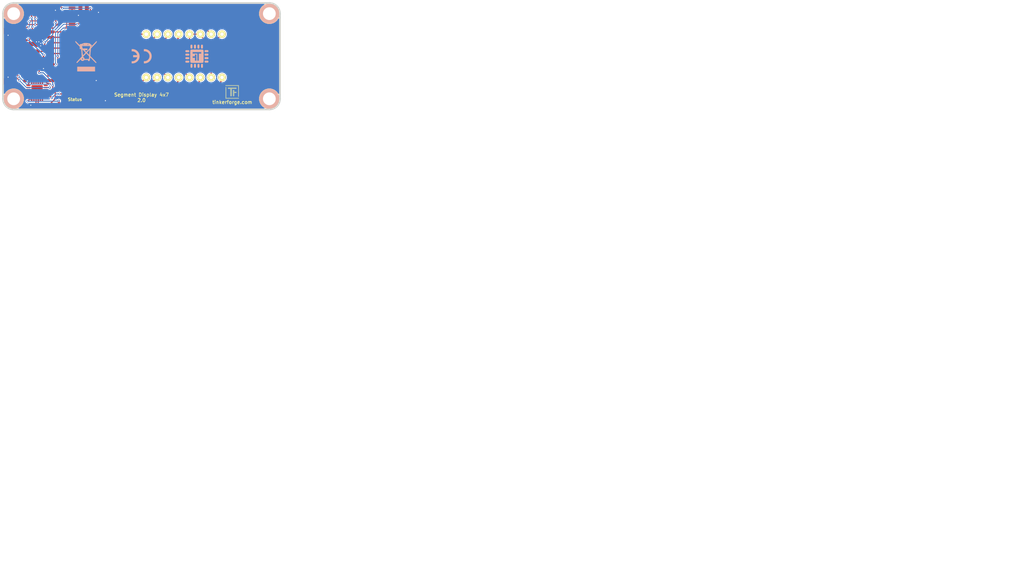
<source format=kicad_pcb>
(kicad_pcb (version 20221018) (generator pcbnew)
  (title_block (title "Segment Display 4x7 Bricklet") (date "2018-07-11") (rev "2.0") (company "Tinkerforge GmbH") (comment 1 "Licensed under CERN OHL v.1.1") (comment 2 "Copyright (©) 2018, L.Lauer <lukas@tinkerforge.com>"))
  (layers (0 "F.Cu" signal "Vorderseite") (31 "B.Cu" signal "Rückseite") (34 "B.Paste" user) (35 "F.Paste" user) (36 "B.SilkS" user "B.Silkscreen") (37 "F.SilkS" user "F.Silkscreen") (38 "B.Mask" user) (39 "F.Mask" user) (44 "Edge.Cuts" user))
  (net 0 "")
  (net 1 "+5V")
  (net 2 "COM1")
  (net 3 "COM2")
  (net 4 "COM3")
  (net 5 "COM4")
  (net 6 "GND")
  (net 7 "VCC")
  (net 8 "Net-(P1-Pad4)")
  (net 9 "Net-(P1-Pad5)")
  (net 10 "Net-(P1-Pad6)")
  (net 11 "Net-(U2-Pad6)")
  (net 12 "Net-(U2-Pad7)")
  (net 13 "Net-(U2-Pad8)")
  (net 14 "Net-(U2-Pad9)")
  (net 15 "SDA2")
  (net 16 "Net-(C2-Pad1)")
  (net 17 "SCL2")
  (net 18 "Net-(C8-Pad1)")
  (net 19 "Net-(D1-Pad2)")
  (net 20 "Net-(P2-Pad1)")
  (net 21 "Net-(P3-Pad2)")
  (net 22 "Net-(R1-Pad1)")
  (net 23 "S-MISO")
  (net 24 "S-MOSI")
  (net 25 "S-CLK")
  (net 26 "S-CS")
  (net 27 "SDA")
  (net 28 "SCL")
  (net 29 "COMD1D2")
  (net 30 "COMD3")
  (net 31 "Net-(U2-Pad2)")
  (net 32 "Net-(U2-Pad3)")
  (net 33 "Net-(U2-Pad4)")
  (net 34 "Net-(U2-Pad5)")
  (footprint "kicad-libraries:SEGMENT_4X7" (layer "F.Cu") (at 85.4 42.2)
    (fp_text reference "U3")
    (fp_text value "SEGMENT_4X7")
  )
  (footprint "kicad-libraries:DRILL_NP" (layer "F.Cu") (at 45.4 52.3)
    (fp_text reference "U4" hide)
    (fp_text value "DRILL" hide)
  )
  (footprint "kicad-libraries:DRILL_NP" (layer "F.Cu") (at 45.4 32.3)
    (fp_text reference "U6" hide)
    (fp_text value "DRILL" hide)
  )
  (footprint "kicad-libraries:DRILL_NP" (layer "F.Cu") (at 105.4 52.3)
    (fp_text reference "U5" hide)
    (fp_text value "DRILL" hide)
  )
  (footprint "kicad-libraries:SOP20" (layer "F.Cu") (at 58.9 42.3 90)
    (fp_text reference "U2")
    (fp_text value "TM1637")
  )
  (footprint "kicad-libraries:DRILL_NP" (layer "F.Cu") (at 105.4 32.3)
    (fp_text reference "U7" hide)
    (fp_text value "DRILL" hide)
  )
  (footprint "kicad-libraries:Logo_31x31" (layer "F.Cu") (at 95.1 49.1)
    (fp_text reference "G***" hide)
    (fp_text value "Logo_31x31" hide)
  )
  (footprint "kicad-libraries:Fiducial_Mark" (layer "F.Cu") (at 100.4 50.3)
    (fp_text reference "Fiducial_Mark" hide)
    (fp_text value "VAL**" hide)
  )
  (footprint "kicad-libraries:Fiducial_Mark" (layer "F.Cu") (at 100.4 31.3)
    (fp_text reference "Fiducial_Mark" hide)
    (fp_text value "VAL**" hide)
  )
  (footprint "kicad-libraries:Fiducial_Mark" (layer "F.Cu") (at 69.6 32.9)
    (fp_text reference "Fiducial_Mark" hide)
    (fp_text value "VAL**" hide)
  )
  (footprint "kicad-libraries:C0603F" (layer "F.Cu") (at 61.5 33.5 -90)
    (fp_text reference "C1")
    (fp_text value "1nF")
  )
  (footprint "kicad-libraries:C0402F" (layer "F.Cu") (at 48 47.6 -90)
    (fp_text reference "C2")
    (fp_text value "220pF")
  )
  (footprint "kicad-libraries:C0603F" (layer "F.Cu") (at 65.3 33.5 -90)
    (fp_text reference "C3")
    (fp_text value "1nF")
  )
  (footprint "kicad-libraries:C0805" (layer "F.Cu") (at 49.54 40.41 90)
    (fp_text reference "C4")
    (fp_text value "10uF")
  )
  (footprint "kicad-libraries:C0603F" (layer "F.Cu") (at 52.4 43.7 -90)
    (fp_text reference "C5")
    (fp_text value "100nF")
  )
  (footprint "kicad-libraries:C0603F" (layer "F.Cu") (at 51.01 40.41 90)
    (fp_text reference "C6")
    (fp_text value "1uF")
  )
  (footprint "kicad-libraries:C0603F" (layer "F.Cu") (at 50.9 53.8 180)
    (fp_text reference "C7")
    (fp_text value "100nF")
  )
  (footprint "kicad-libraries:C0603F" (layer "F.Cu") (at 52.16 37.03 -90)
    (fp_text reference "C8")
    (fp_text value "100nF")
  )
  (footprint "kicad-libraries:D0603F" (layer "F.Cu") (at 59.77 53.63 180)
    (fp_text reference "D1")
    (fp_text value "blue")
  )
  (footprint "kicad-libraries:CON-SENSOR2" (layer "F.Cu") (at 42.9 42.3 -90)
    (fp_text reference "P1")
    (fp_text value "CON-SENSOR2")
  )
  (footprint "kicad-libraries:DEBUG_PAD" (layer "F.Cu") (at 54.27 50.95)
    (fp_text reference "P2")
    (fp_text value "DEBUG")
  )
  (footprint "kicad-libraries:SolderJumper" (layer "F.Cu") (at 65.92 52.74 180)
    (fp_text reference "P3")
    (fp_text value "BOOT")
  )
  (footprint "kicad-libraries:R0603F" (layer "F.Cu") (at 56.81 53.63)
    (fp_text reference "R1")
    (fp_text value "1k")
  )
  (footprint "kicad-libraries:R0603F" (layer "F.Cu") (at 61.82 31.02)
    (fp_text reference "R2")
    (fp_text value "200k")
  )
  (footprint "kicad-libraries:4X0402" (layer "F.Cu") (at 50 46.4 180)
    (fp_text reference "RP1")
    (fp_text value "82")
  )
  (footprint "kicad-libraries:QFN24-4x4mm-0.5mm" (layer "F.Cu") (at 50.9 50.4)
    (fp_text reference "U1")
    (fp_text value "XMC1100")
  )
  (footprint "kicad-libraries:SOIC8" (layer "F.Cu") (at 56.4 32.9 -90)
    (fp_text reference "U8")
    (fp_text value "PCA9306D")
  )
  (footprint "kicad-libraries:4X0402" (layer "F.Cu") (at 51.19 31.94 180)
    (fp_text reference "RP3")
    (fp_text value "2k2")
  )
  (footprint "kicad-libraries:4X0402" (layer "F.Cu") (at 63.4 33.5 180)
    (fp_text reference "RP2")
    (fp_text value "2k2")
  )
  (footprint "kicad-libraries:WEEE_7mm" (layer "B.Cu") (at 62.4 42.3 180)
    (fp_text reference "VAL" hide)
    (fp_text value "WEEE_7mm" hide)
  )
  (footprint "kicad-libraries:CE_5mm" (layer "B.Cu") (at 75.4 42.3 180)
    (fp_text reference "VAL" hide)
    (fp_text value "CE_5mm" hide)
  )
  (footprint "kicad-libraries:Logo_CoMCU" (layer "B.Cu") (at 88.4 42.3 180)
    (fp_text reference "G***" hide)
    (fp_text value "LOGO" hide)
  )
  (gr_arc (start 45.4 54.8) (mid 43.632233 54.067767) (end 42.9 52.3) (stroke (width 0.381)) (layer "Edge.Cuts"))
  (gr_line (start 105.4 54.8) (end 45.4 54.8) (stroke (width 0.381)) (layer "Edge.Cuts"))
  (gr_line (start 105.5 29.8) (end 45.4 29.8) (stroke (width 0.381)) (layer "Edge.Cuts"))
  (gr_line (start 107.9 52.3) (end 107.9 32.4) (stroke (width 0.381)) (layer "Edge.Cuts"))
  (gr_arc (start 42.9 32.3) (mid 43.632233 30.532233) (end 45.4 29.8) (stroke (width 0.381)) (layer "Edge.Cuts"))
  (gr_arc (start 105.5 29.8) (mid 107.238478 30.602944) (end 107.9 32.4) (stroke (width 0.381)) (layer "Edge.Cuts"))
  (gr_line (start 42.9 32.3) (end 42.9 52.3) (stroke (width 0.381)) (layer "Edge.Cuts"))
  (gr_arc (start 107.9 52.3) (mid 107.167767 54.067767) (end 105.4 54.8) (stroke (width 0.381)) (layer "Edge.Cuts"))
  (gr_text "Segment Display 4x7\n2.0" (at 75.4 52) (layer "F.SilkS") (effects (font (size 0.8 0.8))))
  (gr_text "tinkerforge.com" (at 96.7 53.1) (layer "F.SilkS") (effects (font (size 0.8 0.8))))
  (gr_text "Status" (at 59.77 52.44) (layer "F.SilkS") (effects (font (size 0.7 0.7))))
  (segment (start 62.54892 31.04108) (end 62.57 31.02) (width 0.25) (layer "F.Cu") (net 1))
  (segment (start 63.4 31.02) (end 62.57 31.02) (width 0.25) (layer "F.Cu") (net 1))
  (segment (start 48.87 38.55) (end 49.78 37.64) (width 0.25) (layer "F.Cu") (net 1))
  (segment (start 49.78 37.64) (end 49.78 35.44) (width 0.25) (layer "F.Cu") (net 1))
  (segment (start 49.61 33.25) (end 49.61 30.88) (width 0.25) (layer "F.Cu") (net 1))
  (segment (start 49.61 30.88) (end 50.08 30.41) (width 0.25) (layer "F.Cu") (net 1))
  (segment (start 50.08 30.41) (end 56.18 30.41) (width 0.25) (layer "F.Cu") (net 1))
  (segment (start 56.18 30.41) (end 56.83 31.06) (width 0.25) (layer "F.Cu") (net 1))
  (segment (start 63.35 31.02) (end 63.4 31.02) (width 0.25) (layer "F.Cu") (net 1))
  (segment (start 52.41754 42.93246) (end 52.4 42.95) (width 0.3) (layer "F.Cu") (net 1))
  (segment (start 48.8 38.4) (end 48.65 38.55) (width 0.3) (layer "F.Cu") (net 1))
  (segment (start 48.65 38.55) (end 47.5 38.55) (width 0.3) (layer "F.Cu") (net 1))
  (segment (start 64.1493 32.4493) (end 63.9 32.2) (width 0.25) (layer "F.Cu") (net 1))
  (segment (start 63.9 32.2) (end 63.4 32.2) (width 0.25) (layer "F.Cu") (net 1))
  (segment (start 63 32.2) (end 62.6507 32.5493) (width 0.25) (layer "F.Cu") (net 1))
  (segment (start 62.6507 32.5493) (end 62.6507 32.925) (width 0.25) (layer "F.Cu") (net 1))
  (segment (start 63.15108 32.35108) (end 63 32.2) (width 0.25) (layer "F.Cu") (net 1))
  (segment (start 63.64892 32.45108) (end 63.9 32.2) (width 0.25) (layer "F.Cu") (net 1))
  (segment (start 63.4 32.2) (end 63 32.2) (width 0.25) (layer "F.Cu") (net 1))
  (segment (start 63.4 31.07) (end 63.35 31.02) (width 0.25) (layer "F.Cu") (net 1))
  (segment (start 52.4 42.95) (end 52.4 42) (width 0.3) (layer "F.Cu") (net 1))
  (segment (start 63.15108 32.925) (end 63.15108 32.35108) (width 0.25) (layer "F.Cu") (net 1))
  (segment (start 47.5 38.55) (end 48.87 38.55) (width 0.25) (layer "F.Cu") (net 1))
  (segment (start 63.64892 32.925) (end 63.64892 32.45108) (width 0.25) (layer "F.Cu") (net 1))
  (segment (start 63.4 32.2) (end 63.4 31.07) (width 0.25) (layer "F.Cu") (net 1))
  (segment (start 54.10194 42.93246) (end 52.41754 42.93246) (width 0.3) (layer "F.Cu") (net 1))
  (segment (start 64.1493 32.925) (end 64.1493 32.4493) (width 0.25) (layer "F.Cu") (net 1))
  (via (at 48.8 38.4) (size 0.55) (drill 0.25) (layers "F.Cu" "B.Cu") (net 1))
  (via (at 63.35 31.02) (size 0.55) (drill 0.25) (layers "F.Cu" "B.Cu") (net 1))
  (via (at 49.78 35.44) (size 0.55) (drill 0.25) (layers "F.Cu" "B.Cu") (net 1))
  (via (at 49.61 33.25) (size 0.55) (drill 0.25) (layers "F.Cu" "B.Cu") (net 1))
  (via (at 56.83 31.06) (size 0.55) (drill 0.25) (layers "F.Cu" "B.Cu") (net 1))
  (via (at 52.4 42) (size 0.55) (drill 0.25) (layers "F.Cu" "B.Cu") (net 1))
  (segment (start 49.78 35.44) (end 49.78 33.8) (width 0.25) (layer "B.Cu") (net 1))
  (segment (start 49.78 33.8) (end 49.61 33.63) (width 0.25) (layer "B.Cu") (net 1))
  (segment (start 49.61 33.63) (end 49.61 33.25) (width 0.25) (layer "B.Cu") (net 1))
  (segment (start 56.83 31.06) (end 56.87 31.02) (width 0.25) (layer "B.Cu") (net 1))
  (segment (start 56.87 31.02) (end 63.35 31.02) (width 0.25) (layer "B.Cu") (net 1))
  (segment (start 52.4 42) (end 48.8 38.4) (width 0.3) (layer "B.Cu") (net 1))
  (segment (start 57.18754 36.58754) (end 60.2 39.6) (width 0.25) (layer "F.Cu") (net 2))
  (segment (start 60.2 39.6) (end 60.2 46.3) (width 0.25) (layer "F.Cu") (net 2))
  (segment (start 60.2 46.3) (end 63.2 49.3) (width 0.25) (layer "F.Cu") (net 2))
  (segment (start 63.2 49.3) (end 74.49 49.3) (width 0.25) (layer "F.Cu") (net 2))
  (segment (start 74.49 49.3) (end 76.51 47.28) (width 0.25) (layer "F.Cu") (net 2))
  (segment (start 54.10194 36.58754) (end 57.18754 36.58754) (width 0.25) (layer "F.Cu") (net 2))
  (segment (start 57.15754 37.85754) (end 59.4 40.1) (width 0.25) (layer "F.Cu") (net 3))
  (segment (start 59.4 40.1) (end 59.4 46.4) (width 0.25) (layer "F.Cu") (net 3))
  (segment (start 59.4 46.4) (end 62.8 49.8) (width 0.25) (layer "F.Cu") (net 3))
  (segment (start 62.8 49.8) (end 76.53 49.8) (width 0.25) (layer "F.Cu") (net 3))
  (segment (start 76.53 49.8) (end 79.05 47.28) (width 0.25) (layer "F.Cu") (net 3))
  (segment (start 54.10194 37.85754) (end 57.15754 37.85754) (width 0.25) (layer "F.Cu") (net 3))
  (segment (start 56.89754 40.39754) (end 58.1 41.6) (width 0.25) (layer "F.Cu") (net 4))
  (segment (start 58.1 41.6) (end 58.1 46.8) (width 0.25) (layer "F.Cu") (net 4))
  (segment (start 58.1 46.8) (end 62.1 50.8) (width 0.25) (layer "F.Cu") (net 4))
  (segment (start 62.1 50.8) (end 86.4 50.8) (width 0.25) (layer "F.Cu") (net 4))
  (segment (start 86.4 50.8) (end 89.21 47.99) (width 0.25) (layer "F.Cu") (net 4))
  (segment (start 89.21 47.99) (end 89.21 47.28) (width 0.25) (layer "F.Cu") (net 4))
  (segment (start 54.10194 40.39754) (end 56.89754 40.39754) (width 0.25) (layer "F.Cu") (net 4))
  (segment (start 56.56754 41.66754) (end 57.5 42.6) (width 0.25) (layer "F.Cu") (net 5))
  (segment (start 57.5 42.6) (end 57.5 47.2) (width 0.25) (layer "F.Cu") (net 5))
  (segment (start 57.5 47.2) (end 61.6 51.3) (width 0.25) (layer "F.Cu") (net 5))
  (segment (start 61.6 51.3) (end 91 51.3) (width 0.25) (layer "F.Cu") (net 5))
  (segment (start 91 51.3) (end 94.29 48.01) (width 0.25) (layer "F.Cu") (net 5))
  (segment (start 94.29 48.01) (end 94.29 47.28) (width 0.25) (layer "F.Cu") (net 5))
  (segment (start 54.10194 41.66754) (end 56.56754 41.66754) (width 0.25) (layer "F.Cu") (net 5))
  (segment (start 50.25 51.05) (end 51.55 51.05) (width 0.25) (layer "F.Cu") (net 6))
  (segment (start 51.55 51.05) (end 51.55 49.75) (width 0.25) (layer "F.Cu") (net 6))
  (segment (start 51.55 49.75) (end 50.25 49.75) (width 0.25) (layer "F.Cu") (net 6))
  (segment (start 50.15 53.54) (end 50.15 53.8) (width 0.25) (layer "F.Cu") (net 6))
  (segment (start 50.65 53.3) (end 50.15 53.8) (width 0.25) (layer "F.Cu") (net 6))
  (segment (start 48.53 39.8) (end 48.92076 39.40924) (width 0.55) (layer "F.Cu") (net 6))
  (segment (start 48.92076 39.40924) (end 49.54 39.40924) (width 0.55) (layer "F.Cu") (net 6))
  (segment (start 50.24924 39.40924) (end 50.5 39.66) (width 0.55) (layer "F.Cu") (net 6))
  (segment (start 50.5 39.66) (end 51.01 39.66) (width 0.55) (layer "F.Cu") (net 6))
  (segment (start 51.01 39.18) (end 50.75 38.92) (width 0.55) (layer "F.Cu") (net 6))
  (segment (start 51.31 38.91) (end 51.01 39.21) (width 0.55) (layer "F.Cu") (net 6))
  (segment (start 64.77754 48.01246) (end 64.78 48.01) (width 0.55) (layer "F.Cu") (net 6))
  (segment (start 50.65 51.45) (end 50.25 51.05) (width 0.2) (layer "F.Cu") (net 6))
  (segment (start 66.32 52.19) (end 66.43 52.3) (width 0.25) (layer "F.Cu") (net 6))
  (segment (start 66.43 52.3) (end 66.43 52.76) (width 0.25) (layer "F.Cu") (net 6))
  (segment (start 66.43 52.76) (end 66.42 52.74) (width 0.25) (layer "F.Cu") (net 6))
  (segment (start 66.42 53.18) (end 66.3 53.3) (width 0.25) (layer "F.Cu") (net 6))
  (segment (start 66.3 53.3) (end 66.1 53.3) (width 0.25) (layer "F.Cu") (net 6))
  (segment (start 66.1 53.3) (end 66.145 53.29) (width 0.25) (layer "F.Cu") (net 6))
  (segment (start 54.93754 30.99754) (end 55.21 31.27) (width 0.55) (layer "F.Cu") (net 6))
  (segment (start 55.21 31.27) (end 55.21 31.51) (width 0.55) (layer "F.Cu") (net 6))
  (segment (start 51.74 39.28) (end 51.36 39.66) (width 0.55) (layer "F.Cu") (net 6))
  (segment (start 51.54 39.66) (end 51.74 39.86) (width 0.55) (layer "F.Cu") (net 6))
  (segment (start 51.3 38.92) (end 51.31 38.91) (width 0.55) (layer "F.Cu") (net 6))
  (segment (start 51.37 38.91) (end 51.74 39.28) (width 0.55) (layer "F.Cu") (net 6))
  (segment (start 60.65 32.75) (end 60.6 32.7) (width 0.45) (layer "F.Cu") (net 6))
  (segment (start 50.75 38.92) (end 51.3 38.92) (width 0.55) (layer "F.Cu") (net 6))
  (segment (start 48 48.1) (end 48.62 48.1) (width 0.55) (layer "F.Cu") (net 6))
  (segment (start 44.1 48.2) (end 44.1 47.22) (width 0.55) (layer "F.Cu") (net 6))
  (segment (start 52.16 37.78) (end 52.16 38.51) (width 0.55) (layer "F.Cu") (net 6))
  (segment (start 47.5 39.8) (end 48.53 39.8) (width 0.55) (layer "F.Cu") (net 6))
  (segment (start 44.1 36.4) (end 44.1 37.38) (width 0.55) (layer "F.Cu") (net 6))
  (segment (start 52.4 44.45) (end 52.4 45.2) (width 0.3) (layer "F.Cu") (net 6))
  (segment (start 61.5 32.75) (end 60.65 32.75) (width 0.45) (layer "F.Cu") (net 6))
  (segment (start 51.31 38.91) (end 51.37 38.91) (width 0.55) (layer "F.Cu") (net 6))
  (segment (start 66.145 52.19) (end 66.32 52.19) (width 0.25) (layer "F.Cu") (net 6))
  (segment (start 66.42 52.74) (end 66.93 52.74) (width 0.25) (layer "F.Cu") (net 6))
  (segment (start 63.69806 48.01246) (end 64.77754 48.01246) (width 0.55) (layer "F.Cu") (net 6))
  (segment (start 50.65 52.425) (end 50.65 51.45) (width 0.2) (layer "F.Cu") (net 6))
  (segment (start 65.3 32.75) (end 65.3 32) (width 0.45) (layer "F.Cu") (net 6))
  (segment (start 66.42 52.74) (end 66.42 53.18) (width 0.25) (layer "F.Cu") (net 6))
  (segment (start 51.74 39.28) (end 51.74 39.86) (width 0.55) (layer "F.Cu") (net 6))
  (segment (start 50.15 53.8) (end 49.42 53.8) (width 0.55) (layer "F.Cu") (net 6))
  (segment (start 51.01 39.66) (end 51.36 39.66) (width 0.55) (layer "F.Cu") (net 6))
  (segment (start 51.54 39.66) (end 51.01 39.66) (width 0.55) (layer "F.Cu") (net 6))
  (segment (start 50.25 49.75) (end 50.25 51.05) (width 0.25) (layer "F.Cu") (net 6))
  (segment (start 50.65 52.425) (end 50.65 53.3) (width 0.25) (layer "F.Cu") (net 6))
  (segment (start 49.54 39.40924) (end 50.24924 39.40924) (width 0.55) (layer "F.Cu") (net 6))
  (segment (start 53.70252 30.99754) (end 54.93754 30.99754) (width 0.55) (layer "F.Cu") (net 6))
  (segment (start 51.01 39.66) (end 51.01 39.18) (width 0.55) (layer "F.Cu") (net 6))
  (via (at 51.74 39.28) (size 0.55) (drill 0.25) (layers "F.Cu" "B.Cu") (net 6))
  (via (at 66.93 52.74) (size 0.55) (drill 0.25) (layers "F.Cu" "B.Cu") (net 6))
  (via (at 50.75 38.92) (size 0.55) (drill 0.25) (layers "F.Cu" "B.Cu") (net 6))
  (via (at 51.74 39.86) (size 0.55) (drill 0.25) (layers "F.Cu" "B.Cu") (net 6))
  (via (at 55.21 31.51) (size 0.55) (drill 0.25) (layers "F.Cu" "B.Cu") (net 6))
  (via (at 51.31 38.91) (size 0.55) (drill 0.25) (layers "F.Cu" "B.Cu") (net 6))
  (via (at 48.62 48.1) (size 0.55) (drill 0.25) (layers "F.Cu" "B.Cu") (net 6))
  (via (at 52.4 45.2) (size 0.55) (drill 0.25) (layers "F.Cu" "B.Cu") (net 6))
  (via (at 65.3 32) (size 0.55) (drill 0.25) (layers "F.Cu" "B.Cu") (net 6))
  (via (at 49.42 53.8) (size 0.55) (drill 0.25) (layers "F.Cu" "B.Cu") (net 6))
  (via (at 44.1 47.22) (size 0.55) (drill 0.25) (layers "F.Cu" "B.Cu") (net 6))
  (via (at 44.1 37.38) (size 0.55) (drill 0.25) (layers "F.Cu" "B.Cu") (net 6))
  (via (at 52.16 38.51) (size 0.55) (drill 0.25) (layers "F.Cu" "B.Cu") (net 6))
  (via (at 64.78 48.01) (size 0.55) (drill 0.25) (layers "F.Cu" "B.Cu") (net 6))
  (via (at 60.6 32.7) (size 0.55) (drill 0.25) (layers "F.Cu" "B.Cu") (net 6))
  (segment (start 51.15 53.3) (end 51.65 53.8) (width 0.25) (layer "F.Cu") (net 7))
  (segment (start 48.35 41.05) (end 48.71076 41.41076) (width 0.55) (layer "F.Cu") (net 7))
  (segment (start 48.71076 41.41076) (end 49.54 41.41076) (width 0.55) (layer "F.Cu") (net 7))
  (segment (start 50.27924 41.41076) (end 50.53 41.16) (width 0.55) (layer "F.Cu") (net 7))
  (segment (start 50.53 41.16) (end 51.01 41.16) (width 0.55) (layer "F.Cu") (net 7))
  (segment (start 53.65 53.8) (end 55.15 52.3) (width 0.25) (layer "F.Cu") (net 7))
  (segment (start 55.66 51.79) (end 56.29 51.79) (width 0.25) (layer "F.Cu") (net 7))
  (segment (start 51.01 43.73) (end 51.39 44.11) (width 0.25) (layer "F.Cu") (net 7))
  (segment (start 51.39 44.11) (end 51.39 46.17) (width 0.25) (layer "F.Cu") (net 7))
  (segment (start 54.57 50.23) (end 55.15 50.81) (width 0.25) (layer "F.Cu") (net 7))
  (segment (start 55.15 50.81) (end 55.15 52.3) (width 0.25) (layer "F.Cu") (net 7))
  (segment (start 55.15 52.3) (end 55.66 51.79) (width 0.25) (layer "F.Cu") (net 7))
  (segment (start 52.13 41.16) (end 52.68 40.61) (width 0.25) (layer "F.Cu") (net 7))
  (segment (start 52.68 40.61) (end 52.68 39.12) (width 0.25) (layer "F.Cu") (net 7))
  (segment (start 55.28 32.85) (end 54.69754 32.26754) (width 0.25) (layer "F.Cu") (net 7))
  (segment (start 54.69754 32.26754) (end 53.70252 32.26754) (width 0.25) (layer "F.Cu") (net 7))
  (segment (start 52.375 31.365) (end 52.62 31.61) (width 0.25) (layer "F.Cu") (net 7))
  (segment (start 52.62 31.61) (end 52.62 31.99) (width 0.25) (layer "F.Cu") (net 7))
  (segment (start 52.62 31.99) (end 52.89754 32.26754) (width 0.25) (layer "F.Cu") (net 7))
  (segment (start 52.89754 32.26754) (end 53.70252 32.26754) (width 0.25) (layer "F.Cu") (net 7))
  (segment (start 55.3 34.37) (end 55.28 34.37) (width 0.25) (layer "F.Cu") (net 7))
  (segment (start 55.28 34.37) (end 55.28 32.85) (width 0.25) (layer "F.Cu") (net 7))
  (segment (start 55.28 32.85) (end 54.69754 32.26754) (width 0.25) (layer "F.Cu") (net 7))
  (segment (start 54.69754 32.26754) (end 53.70252 32.26754) (width 0.25) (layer "F.Cu") (net 7))
  (segment (start 60.52 53.12) (end 59.9 52.5) (width 0.25) (layer "F.Cu") (net 7))
  (segment (start 59.9 52.5) (end 57 52.5) (width 0.25) (layer "F.Cu") (net 7))
  (segment (start 57 52.5) (end 56.29 51.79) (width 0.25) (layer "F.Cu") (net 7))
  (segment (start 50.4407 31.365) (end 50.94108 31.365) (width 0.25) (layer "F.Cu") (net 7))
  (segment (start 51.43892 31.365) (end 51.9393 31.365) (width 0.25) (layer "F.Cu") (net 7))
  (segment (start 54.57 49.17) (end 54.57 50.23) (width 0.25) (layer "F.Cu") (net 7))
  (segment (start 60.52 53.63) (end 60.52 53.12) (width 0.25) (layer "F.Cu") (net 7))
  (segment (start 51.01 41.16) (end 51.01 43.73) (width 0.25) (layer "F.Cu") (net 7))
  (segment (start 49.54 41.41076) (end 50.27924 41.41076) (width 0.55) (layer "F.Cu") (net 7))
  (segment (start 47.5 41.05) (end 48.35 41.05) (width 0.55) (layer "F.Cu") (net 7))
  (segment (start 51.9393 31.365) (end 52.375 31.365) (width 0.25) (layer "F.Cu") (net 7))
  (segment (start 51.65 53.8) (end 53.65 53.8) (width 0.25) (layer "F.Cu") (net 7))
  (segment (start 51.15 52.425) (end 51.15 53.3) (width 0.25) (layer "F.Cu") (net 7))
  (segment (start 50.94108 31.365) (end 51.43892 31.365) (width 0.25) (layer "F.Cu") (net 7))
  (segment (start 51.01 41.16) (end 52.13 41.16) (width 0.25) (layer "F.Cu") (net 7))
  (via (at 51.39 46.17) (size 0.55) (drill 0.25) (layers "F.Cu" "B.Cu") (net 7))
  (via (at 52.68 39.12) (size 0.55) (drill 0.25) (layers "F.Cu" "B.Cu") (net 7))
  (via (at 55.3 34.37) (size 0.55) (drill 0.25) (layers "F.Cu" "B.Cu") (net 7))
  (via (at 54.57 49.17) (size 0.55) (drill 0.25) (layers "F.Cu" "B.Cu") (net 7))
  (segment (start 51.39 46.17) (end 51.41 46.19) (width 0.25) (layer "B.Cu") (net 7))
  (segment (start 51.41 46.19) (end 52.36 46.19) (width 0.25) (layer "B.Cu") (net 7))
  (segment (start 52.36 46.19) (end 54.57 48.4) (width 0.25) (layer "B.Cu") (net 7))
  (segment (start 54.57 48.4) (end 54.57 49.17) (width 0.25) (layer "B.Cu") (net 7))
  (segment (start 52.68 39.12) (end 54.58 37.22) (width 0.25) (layer "B.Cu") (net 7))
  (segment (start 54.58 37.22) (end 54.58 35.94) (width 0.25) (layer "B.Cu") (net 7))
  (segment (start 55.29 35.23) (end 55.29 34.38) (width 0.25) (layer "B.Cu") (net 7))
  (segment (start 55.29 34.38) (end 55.3 34.37) (width 0.25) (layer "B.Cu") (net 7))
  (segment (start 54.58 35.94) (end 55.29 35.23) (width 0.25) (layer "B.Cu") (net 7))
  (segment (start 48.53 42.3) (end 50.7493 44.5193) (width 0.2) (layer "F.Cu") (net 8))
  (segment (start 50.7493 44.5193) (end 50.7493 45.825) (width 0.2) (layer "F.Cu") (net 8))
  (segment (start 47.5 42.3) (end 48.53 42.3) (width 0.2) (layer "F.Cu") (net 8))
  (segment (start 48.71 43.55) (end 50.24892 45.08892) (width 0.2) (layer "F.Cu") (net 9))
  (segment (start 50.24892 45.08892) (end 50.24892 45.825) (width 0.2) (layer "F.Cu") (net 9))
  (segment (start 47.5 43.55) (end 48.71 43.55) (width 0.2) (layer "F.Cu") (net 9))
  (segment (start 49.19 44.8) (end 49.75108 45.36108) (width 0.2) (layer "F.Cu") (net 10))
  (segment (start 49.75108 45.36108) (end 49.75108 45.825) (width 0.2) (layer "F.Cu") (net 10))
  (segment (start 47.5 44.8) (end 49.19 44.8) (width 0.2) (layer "F.Cu") (net 10))
  (segment (start 80.43246 41.66754) (end 84.13 37.97) (width 0.25) (layer "F.Cu") (net 11))
  (segment (start 84.13 37.97) (end 84.13 37.12) (width 0.25) (layer "F.Cu") (net 11))
  (segment (start 63.69806 41.66754) (end 80.43246 41.66754) (width 0.25) (layer "F.Cu") (net 11))
  (segment (start 78.80246 40.39754) (end 81.59 37.61) (width 0.25) (layer "F.Cu") (net 12))
  (segment (start 81.59 37.61) (end 81.59 37.12) (width 0.25) (layer "F.Cu") (net 12))
  (segment (start 63.69806 40.39754) (end 78.80246 40.39754) (width 0.25) (layer "F.Cu") (net 12))
  (segment (start 77.17246 39.12754) (end 79.05 37.25) (width 0.25) (layer "F.Cu") (net 13))
  (segment (start 79.05 37.25) (end 79.05 37.12) (width 0.25) (layer "F.Cu") (net 13))
  (segment (start 63.69806 39.12754) (end 77.17246 39.12754) (width 0.25) (layer "F.Cu") (net 13))
  (segment (start 73.24246 37.85754) (end 73.98 37.12) (width 0.25) (layer "F.Cu") (net 14))
  (segment (start 73.98 37.12) (end 76.51 37.12) (width 0.25) (layer "F.Cu") (net 14))
  (segment (start 63.69806 37.85754) (end 73.24246 37.85754) (width 0.25) (layer "F.Cu") (net 14))
  (segment (start 55.21754 44.20246) (end 55.22 44.2) (width 0.2) (layer "F.Cu") (net 15))
  (segment (start 60.31 34.81) (end 60.30246 34.80246) (width 0.2) (layer "F.Cu") (net 15))
  (segment (start 60.30246 34.80246) (end 59.09748 34.80246) (width 0.2) (layer "F.Cu") (net 15))
  (segment (start 60.49 34.81) (end 61.05 34.25) (width 0.2) (layer "F.Cu") (net 15))
  (segment (start 61.05 34.25) (end 61.5 34.25) (width 0.2) (layer "F.Cu") (net 15))
  (segment (start 62.6507 34.4493) (end 62.5 34.6) (width 0.2) (layer "F.Cu") (net 15))
  (segment (start 62.5 34.6) (end 61.85 34.6) (width 0.2) (layer "F.Cu") (net 15))
  (segment (start 61.85 34.6) (end 61.5 34.25) (width 0.2) (layer "F.Cu") (net 15))
  (segment (start 54.10194 44.20246) (end 55.21754 44.20246) (width 0.2) (layer "F.Cu") (net 15))
  (segment (start 62.6507 34.075) (end 62.6507 34.4493) (width 0.2) (layer "F.Cu") (net 15))
  (segment (start 60.31 34.81) (end 60.49 34.81) (width 0.2) (layer "F.Cu") (net 15))
  (via (at 55.22 44.2) (size 0.55) (drill 0.25) (layers "F.Cu" "B.Cu") (net 15))
  (via (at 60.31 34.81) (size 0.55) (drill 0.25) (layers "F.Cu" "B.Cu") (net 15))
  (segment (start 55.22 44.2) (end 55.22 42.16) (width 0.2) (layer "B.Cu") (net 15))
  (segment (start 55.22 42.16) (end 55.22 39.61) (width 0.2) (layer "B.Cu") (net 15))
  (segment (start 55.22 39.61) (end 55.22 36.7) (width 0.2) (layer "B.Cu") (net 15))
  (segment (start 55.22 36.7) (end 57.11 34.81) (width 0.2) (layer "B.Cu") (net 15))
  (segment (start 57.11 34.81) (end 60.31 34.81) (width 0.2) (layer "B.Cu") (net 15))
  (segment (start 48 46.4) (end 47.65 46.05) (width 0.2) (layer "F.Cu") (net 16))
  (segment (start 47.65 46.05) (end 47.5 46.05) (width 0.2) (layer "F.Cu") (net 16))
  (segment (start 48.44 47.1) (end 48.75 46.79) (width 0.2) (layer "F.Cu") (net 16))
  (segment (start 48.75 46.79) (end 48.75 46.03) (width 0.2) (layer "F.Cu") (net 16))
  (segment (start 48.75 46.03) (end 48.955 45.825) (width 0.2) (layer "F.Cu") (net 16))
  (segment (start 48.955 45.825) (end 49.2507 45.825) (width 0.2) (layer "F.Cu") (net 16))
  (segment (start 48 47.1) (end 48.44 47.1) (width 0.2) (layer "F.Cu") (net 16))
  (segment (start 48 47.1) (end 48 46.4) (width 0.2) (layer "F.Cu") (net 16))
  (segment (start 55.39754 45.47246) (end 55.8 45.07) (width 0.2) (layer "F.Cu") (net 17))
  (segment (start 55.8 45.07) (end 55.8 43.87) (width 0.2) (layer "F.Cu") (net 17))
  (segment (start 57.42 35.69) (end 57.85 35.26) (width 0.2) (layer "F.Cu") (net 17))
  (segment (start 57.85 35.26) (end 57.85 33.98) (width 0.2) (layer "F.Cu") (net 17))
  (segment (start 57.85 33.98) (end 58.29754 33.53246) (width 0.2) (layer "F.Cu") (net 17))
  (segment (start 58.29754 33.53246) (end 59.09748 33.53246) (width 0.2) (layer "F.Cu") (net 17))
  (segment (start 55.75 43.82) (end 55.8 43.87) (width 0.2) (layer "F.Cu") (net 17))
  (segment (start 65.3 34.5) (end 64.11 35.69) (width 0.2) (layer "F.Cu") (net 17))
  (segment (start 64.11 35.69) (end 57.42 35.69) (width 0.2) (layer "F.Cu") (net 17))
  (segment (start 64.1493 34.3493) (end 64.3 34.5) (width 0.2) (layer "F.Cu") (net 17))
  (segment (start 64.3 34.5) (end 65.05 34.5) (width 0.2) (layer "F.Cu") (net 17))
  (segment (start 65.05 34.5) (end 65.3 34.25) (width 0.2) (layer "F.Cu") (net 17))
  (segment (start 54.10194 45.47246) (end 55.39754 45.47246) (width 0.2) (layer "F.Cu") (net 17))
  (segment (start 55.75 42.31) (end 55.75 43.82) (width 0.2) (layer "F.Cu") (net 17))
  (segment (start 65.3 34.25) (end 65.3 34.5) (width 0.2) (layer "F.Cu") (net 17))
  (segment (start 64.1493 34.075) (end 64.1493 34.3493) (width 0.2) (layer "F.Cu") (net 17))
  (via (at 55.75 42.31) (size 0.55) (drill 0.25) (layers "F.Cu" "B.Cu") (net 17))
  (via (at 57.42 35.69) (size 0.55) (drill 0.25) (layers "F.Cu" "B.Cu") (net 17))
  (segment (start 55.75 42.31) (end 55.75 36.92) (width 0.2) (layer "B.Cu") (net 17))
  (segment (start 55.75 36.92) (end 56.98 35.69) (width 0.2) (layer "B.Cu") (net 17))
  (segment (start 56.98 35.69) (end 57.42 35.69) (width 0.2) (layer "B.Cu") (net 17))
  (segment (start 61.04754 30.99754) (end 61.07 31.02) (width 0.25) (layer "F.Cu") (net 18))
  (segment (start 52.55 36.28) (end 53.15 35.68) (width 0.25) (layer "F.Cu") (net 18))
  (segment (start 53.15 35.68) (end 54.79 35.68) (width 0.25) (layer "F.Cu") (net 18))
  (segment (start 54.79 35.68) (end 58.20246 32.26754) (width 0.25) (layer "F.Cu") (net 18))
  (segment (start 58.20246 32.26754) (end 59.09748 32.26754) (width 0.25) (layer "F.Cu") (net 18))
  (segment (start 59.09748 30.99754) (end 59.09748 32.26754) (width 0.25) (layer "F.Cu") (net 18))
  (segment (start 52.16 36.28) (end 52.55 36.28) (width 0.25) (layer "F.Cu") (net 18))
  (segment (start 59.09748 30.99754) (end 61.04754 30.99754) (width 0.25) (layer "F.Cu") (net 18))
  (segment (start 59.02 53.63) (end 57.56 53.63) (width 0.25) (layer "F.Cu") (net 19))
  (segment (start 53.97 50.65) (end 54.27 50.95) (width 0.25) (layer "F.Cu") (net 20))
  (segment (start 52.925 50.65) (end 53.97 50.65) (width 0.25) (layer "F.Cu") (net 20))
  (segment (start 53.92 51.65) (end 54.36 52.09) (width 0.25) (layer "F.Cu") (net 21))
  (segment (start 56.65 51.15) (end 57.4 51.9) (width 0.25) (layer "F.Cu") (net 21))
  (segment (start 57.4 51.9) (end 61.3 51.9) (width 0.25) (layer "F.Cu") (net 21))
  (segment (start 61.3 51.9) (end 62.14 52.74) (width 0.25) (layer "F.Cu") (net 21))
  (segment (start 62.14 52.74) (end 65.37 52.74) (width 0.25) (layer "F.Cu") (net 21))
  (segment (start 65.37 52.74) (end 65.77 52.74) (width 0.25) (layer "F.Cu") (net 21))
  (segment (start 52.925 51.65) (end 53.92 51.65) (width 0.25) (layer "F.Cu") (net 21))
  (segment (start 56.15 51.15) (end 56.65 51.15) (width 0.25) (layer "F.Cu") (net 21))
  (via (at 54.36 52.09) (size 0.55) (drill 0.25) (layers "F.Cu" "B.Cu") (net 21))
  (via (at 56.15 51.15) (size 0.55) (drill 0.25) (layers "F.Cu" "B.Cu") (net 21))
  (segment (start 54.36 52.09) (end 55.3 51.15) (width 0.25) (layer "B.Cu") (net 21))
  (segment (start 55.3 51.15) (end 56.15 51.15) (width 0.25) (layer "B.Cu") (net 21))
  (segment (start 48.68 52.86) (end 49.115 52.425) (width 0.25) (layer "F.Cu") (net 22))
  (segment (start 49.115 52.425) (end 49.65 52.425) (width 0.25) (layer "F.Cu") (net 22))
  (segment (start 56 52.8) (end 56.06 52.86) (width 0.25) (layer "F.Cu") (net 22))
  (segment (start 56.06 52.86) (end 56.06 53.63) (width 0.25) (layer "F.Cu") (net 22))
  (via (at 56 52.8) (size 0.55) (drill 0.25) (layers "F.Cu" "B.Cu") (net 22))
  (via (at 48.68 52.86) (size 0.55) (drill 0.25) (layers "F.Cu" "B.Cu") (net 22))
  (segment (start 55.94 52.86) (end 56 52.8) (width 0.25) (layer "B.Cu") (net 22))
  (segment (start 48.68 52.86) (end 55.94 52.86) (width 0.25) (layer "B.Cu") (net 22))
  (segment (start 49.2507 47.5393) (end 49.16 47.63) (width 0.2) (layer "F.Cu") (net 23))
  (segment (start 49.16 47.63) (end 49.16 48.41) (width 0.2) (layer "F.Cu") (net 23))
  (segment (start 49.16 48.41) (end 48.875 48.695) (width 0.2) (layer "F.Cu") (net 23))
  (segment (start 48.875 48.695) (end 48.875 49.15) (width 0.2) (layer "F.Cu") (net 23))
  (segment (start 49.2507 46.975) (end 49.2507 47.5393) (width 0.2) (layer "F.Cu") (net 23))
  (segment (start 49.75108 47.52892) (end 49.65 47.63) (width 0.2) (layer "F.Cu") (net 24))
  (segment (start 49.65 47.63) (end 49.65 48.375) (width 0.2) (layer "F.Cu") (net 24))
  (segment (start 49.75108 46.975) (end 49.75108 47.52892) (width 0.2) (layer "F.Cu") (net 24))
  (segment (start 50.24892 47.57108) (end 50.15 47.67) (width 0.2) (layer "F.Cu") (net 25))
  (segment (start 50.15 47.67) (end 50.15 48.375) (width 0.2) (layer "F.Cu") (net 25))
  (segment (start 50.24892 46.975) (end 50.24892 47.57108) (width 0.2) (layer "F.Cu") (net 25))
  (segment (start 50.7493 47.5207) (end 50.65 47.62) (width 0.2) (layer "F.Cu") (net 26))
  (segment (start 50.65 47.62) (end 50.65 48.375) (width 0.2) (layer "F.Cu") (net 26))
  (segment (start 50.7493 46.975) (end 50.7493 47.5207) (width 0.2) (layer "F.Cu") (net 26))
  (segment (start 45.32 37.83) (end 48.28754 34.86246) (width 0.2) (layer "F.Cu") (net 27))
  (segment (start 48.28754 34.86246) (end 50.45 34.86246) (width 0.2) (layer "F.Cu") (net 27))
  (segment (start 46.68 47.93) (end 45.32 46.57) (width 0.2) (layer "F.Cu") (net 27))
  (segment (start 45.32 46.57) (end 45.32 46.01) (width 0.2) (layer "F.Cu") (net 27))
  (segment (start 45.32 46.01) (end 45.32 37.83) (width 0.2) (layer "F.Cu") (net 27))
  (segment (start 53.64252 34.86246) (end 53.70252 34.80246) (width 0.2) (layer "F.Cu") (net 27))
  (segment (start 50.4407 33.4093) (end 50.44 33.41) (width 0.2) (layer "F.Cu") (net 27))
  (segment (start 50.45 34.86) (end 50.45 34.86246) (width 0.2) (layer "F.Cu") (net 27))
  (segment (start 50.45 34.86246) (end 50.45 34.86) (width 0.2) (layer "F.Cu") (net 27))
  (segment (start 50.45 34.86) (end 50.45 34.86246) (width 0.2) (layer "F.Cu") (net 27))
  (segment (start 50.45 34.86246) (end 50.71252 34.86246) (width 0.2) (layer "F.Cu") (net 27))
  (segment (start 53.87 49.65) (end 52.925 49.65) (width 0.2) (layer "F.Cu") (net 27))
  (segment (start 50.4407 32.515) (end 50.4407 33.4093) (width 0.2) (layer "F.Cu") (net 27))
  (segment (start 53.64252 34.86246) (end 50.71252 34.86246) (width 0.2) (layer "F.Cu") (net 27))
  (via (at 50.44 33.41) (size 0.55) (drill 0.25) (layers "F.Cu" "B.Cu") (net 27))
  (via (at 50.45 34.86) (size 0.55) (drill 0.25) (layers "F.Cu" "B.Cu") (net 27))
  (via (at 53.87 49.65) (size 0.55) (drill 0.25) (layers "F.Cu" "B.Cu") (net 27))
  (via (at 46.68 47.93) (size 0.55) (drill 0.25) (layers "F.Cu" "B.Cu") (net 27))
  (segment (start 53.87 49.65) (end 49.08 49.65) (width 0.2) (layer "B.Cu") (net 27))
  (segment (start 48.4 49.65) (end 46.68 47.93) (width 0.2) (layer "B.Cu") (net 27))
  (segment (start 50.44 33.41) (end 50.45 33.42) (width 0.2) (layer "B.Cu") (net 27))
  (segment (start 50.45 33.42) (end 50.45 34.86) (width 0.2) (layer "B.Cu") (net 27))
  (segment (start 49.08 49.65) (end 48.4 49.65) (width 0.2) (layer "B.Cu") (net 27))
  (segment (start 52.955 48.375) (end 53.27 48.69) (width 0.2) (layer "F.Cu") (net 28))
  (segment (start 53.27 48.69) (end 53.69 48.69) (width 0.2) (layer "F.Cu") (net 28))
  (segment (start 53.69 48.69) (end 53.87 48.87) (width 0.2) (layer "F.Cu") (net 28))
  (segment (start 46.62 47.1) (end 45.83 46.31) (width 0.2) (layer "F.Cu") (net 28))
  (segment (start 45.83 46.31) (end 45.83 38.17) (width 0.2) (layer "F.Cu") (net 28))
  (segment (start 45.83 38.17) (end 48.54 35.46) (width 0.2) (layer "F.Cu") (net 28))
  (segment (start 48.54 35.46) (end 48.84 35.46) (width 0.2) (layer "F.Cu") (net 28))
  (segment (start 53.64252 33.59246) (end 53.70252 33.53246) (width 0.2) (layer "F.Cu") (net 28))
  (segment (start 52.53754 33.53246) (end 52.08 33.99) (width 0.2) (layer "F.Cu") (net 28))
  (segment (start 52.08 33.99) (end 49.34 33.99) (width 0.2) (layer "F.Cu") (net 28))
  (segment (start 49.34 33.99) (end 49.17 34.16) (width 0.2) (layer "F.Cu") (net 28))
  (segment (start 52.57 33.53246) (end 52.53754 33.53246) (width 0.2) (layer "F.Cu") (net 28))
  (segment (start 52.54246 33.53246) (end 51.9393 32.9293) (width 0.2) (layer "F.Cu") (net 28))
  (segment (start 51.9393 32.9293) (end 51.9393 32.515) (width 0.2) (layer "F.Cu") (net 28))
  (segment (start 52.955 48.375) (end 52.15 48.375) (width 0.2) (layer "F.Cu") (net 28))
  (segment (start 52.57 33.53246) (end 52.54246 33.53246) (width 0.2) (layer "F.Cu") (net 28))
  (segment (start 53.70252 33.53246) (end 52.57 33.53246) (width 0.2) (layer "F.Cu") (net 28))
  (via (at 53.87 48.87) (size 0.55) (drill 0.25) (layers "F.Cu" "B.Cu") (net 28))
  (via (at 49.17 34.16) (size 0.55) (drill 0.25) (layers "F.Cu" "B.Cu") (net 28))
  (via (at 46.62 47.1) (size 0.55) (drill 0.25) (layers "F.Cu" "B.Cu") (net 28))
  (via (at 48.84 35.46) (size 0.55) (drill 0.25) (layers "F.Cu" "B.Cu") (net 28))
  (segment (start 53.87 48.87) (end 53.86 48.86) (width 0.2) (layer "B.Cu") (net 28))
  (segment (start 53.86 48.86) (end 48.39 48.86) (width 0.2) (layer "B.Cu") (net 28))
  (segment (start 48.39 48.86) (end 46.62 47.09) (width 0.2) (layer "B.Cu") (net 28))
  (segment (start 46.62 47.09) (end 46.62 47.1) (width 0.2) (layer "B.Cu") (net 28))
  (segment (start 48.84 35.46) (end 49.17 35.13) (width 0.2) (layer "B.Cu") (net 28))
  (segment (start 49.17 35.13) (end 49.17 34.16) (width 0.2) (layer "B.Cu") (net 28))
  (segment (start 57.02754 39.12754) (end 58.7 40.8) (width 0.25) (layer "F.Cu") (net 29))
  (segment (start 58.7 40.8) (end 58.7 46.7) (width 0.25) (layer "F.Cu") (net 29))
  (segment (start 58.7 46.7) (end 62.3 50.3) (width 0.25) (layer "F.Cu") (net 29))
  (segment (start 62.3 50.3) (end 81.9 50.3) (width 0.25) (layer "F.Cu") (net 29))
  (segment (start 81.9 50.3) (end 84.13 48.07) (width 0.25) (layer "F.Cu") (net 29))
  (segment (start 84.13 48.07) (end 84.13 47.28) (width 0.25) (layer "F.Cu") (net 29))
  (segment (start 54.10194 39.12754) (end 57.02754 39.12754) (width 0.25) (layer "F.Cu") (net 29))
  (segment (start 72.71246 36.58754) (end 74.3 35) (width 0.25) (layer "F.Cu") (net 30))
  (segment (start 74.3 35) (end 89.63 35) (width 0.25) (layer "F.Cu") (net 30))
  (segment (start 89.63 35) (end 91.75 37.12) (width 0.25) (layer "F.Cu") (net 30))
  (segment (start 63.69806 36.58754) (end 72.71246 36.58754) (width 0.25) (layer "F.Cu") (net 30))
  (segment (start 71.85754 46.74246) (end 72.9 45.7) (width 0.2) (layer "F.Cu") (net 31))
  (segment (start 72.9 45.7) (end 80.01 45.7) (width 0.2) (layer "F.Cu") (net 31))
  (segment (start 80.01 45.7) (end 81.59 47.28) (width 0.2) (layer "F.Cu") (net 31))
  (segment (start 63.69806 46.74246) (end 71.85754 46.74246) (width 0.2) (layer "F.Cu") (net 31))
  (segment (start 67.7 45.1) (end 84.49 45.1) (width 0.2) (layer "F.Cu") (net 32))
  (segment (start 84.49 45.1) (end 86.67 47.28) (width 0.2) (layer "F.Cu") (net 32))
  (segment (start 67.32754 45.47246) (end 67.7 45.1) (width 0.2) (layer "F.Cu") (net 32))
  (segment (start 63.69806 45.47246) (end 67.32754 45.47246) (width 0.2) (layer "F.Cu") (net 32))
  (segment (start 90.00246 44.20246) (end 63.69806 44.20246) (width 0.2) (layer "F.Cu") (net 33))
  (segment (start 91.75 47.28) (end 91.75 45.95) (width 0.2) (layer "F.Cu") (net 33))
  (segment (start 91.75 45.95) (end 90.00246 44.20246) (width 0.2) (layer "F.Cu") (net 33))
  (segment (start 82.16754 42.93246) (end 86.67 38.43) (width 0.2) (layer "F.Cu") (net 34))
  (segment (start 86.67 38.43) (end 86.67 37.12) (width 0.2) (layer "F.Cu") (net 34))
  (segment (start 89.21 37.41) (end 90.4 38.6) (width 0.2) (layer "F.Cu") (net 34))
  (segment (start 90.4 38.6) (end 92.81 38.6) (width 0.2) (layer "F.Cu") (net 34))
  (segment (start 86.67 37.12) (end 89.21 37.12) (width 0.2) (layer "F.Cu") (net 34))
  (segment (start 92.81 38.6) (end 94.29 37.12) (width 0.2) (layer "F.Cu") (net 34))
  (segment (start 89.21 37.12) (end 89.21 37.41) (width 0.2) (layer "F.Cu") (net 34))
  (segment (start 63.69806 42.93246) (end 82.16754 42.93246) (width 0.2) (layer "F.Cu") (net 34))
  (zone (net 6) (net_name "GND") (layer "B.Cu") (connect_pads (clearance 0.24892)) (min_thickness 0.24892) (fill yes (thermal_gap 0.29972) (thermal_bridge_width 0.29972))
    (polygon (pts (xy 42.9 54.8) (xy 42.9 29.8) (xy 107.9 29.8) (xy 107.9 54.8)))
  )
)
</source>
